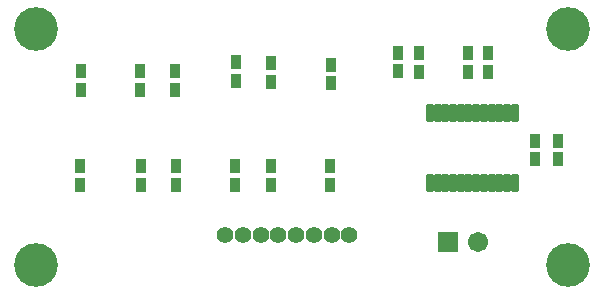
<source format=gbs>
G04*
G04 #@! TF.GenerationSoftware,Altium Limited,Altium Designer,23.10.1 (27)*
G04*
G04 Layer_Color=16711935*
%FSLAX25Y25*%
%MOIN*%
G70*
G04*
G04 #@! TF.SameCoordinates,D0F96BE9-EE4C-402D-8CE8-E6F0CD5897FE*
G04*
G04*
G04 #@! TF.FilePolarity,Negative*
G04*
G01*
G75*
%ADD28R,0.03800X0.04800*%
%ADD29C,0.05512*%
%ADD30R,0.06706X0.06706*%
%ADD31C,0.06706*%
%ADD32C,0.14580*%
G04:AMPARAMS|DCode=42|XSize=25.72mil|YSize=63.12mil|CornerRadius=5.95mil|HoleSize=0mil|Usage=FLASHONLY|Rotation=0.000|XOffset=0mil|YOffset=0mil|HoleType=Round|Shape=RoundedRectangle|*
%AMROUNDEDRECTD42*
21,1,0.02572,0.05122,0,0,0.0*
21,1,0.01382,0.06312,0,0,0.0*
1,1,0.01190,0.00691,-0.02561*
1,1,0.01190,-0.00691,-0.02561*
1,1,0.01190,-0.00691,0.02561*
1,1,0.01190,0.00691,0.02561*
%
%ADD42ROUNDEDRECTD42*%
D28*
X130400Y80598D02*
D03*
Y74402D02*
D03*
X176100Y51198D02*
D03*
Y45100D02*
D03*
X183900Y45200D02*
D03*
Y51298D02*
D03*
X88100Y36603D02*
D03*
Y42800D02*
D03*
X108000Y76700D02*
D03*
Y70503D02*
D03*
X107800Y36603D02*
D03*
Y42800D02*
D03*
X88100Y77200D02*
D03*
Y71003D02*
D03*
X56300Y42800D02*
D03*
Y36603D02*
D03*
X76300Y77398D02*
D03*
Y71202D02*
D03*
X76200Y36603D02*
D03*
Y42800D02*
D03*
X56100Y68302D02*
D03*
Y74498D02*
D03*
X153600Y80498D02*
D03*
Y74302D02*
D03*
X24400Y42800D02*
D03*
Y36603D02*
D03*
X44400Y68302D02*
D03*
Y74498D02*
D03*
X44800Y42800D02*
D03*
Y36603D02*
D03*
X24700Y68302D02*
D03*
Y74498D02*
D03*
X160400Y80497D02*
D03*
Y74300D02*
D03*
X137400Y80497D02*
D03*
Y74300D02*
D03*
D29*
X114170Y19800D02*
D03*
X108264D02*
D03*
X102358D02*
D03*
X96452D02*
D03*
X90548D02*
D03*
X84641D02*
D03*
X78737D02*
D03*
X72830D02*
D03*
D30*
X147000Y17400D02*
D03*
D31*
X157000D02*
D03*
D32*
X187008Y88583D02*
D03*
X9843Y9843D02*
D03*
Y88583D02*
D03*
X187008Y9843D02*
D03*
D42*
X169275Y37186D02*
D03*
X166716D02*
D03*
X164157D02*
D03*
X161598D02*
D03*
X159039D02*
D03*
X156480D02*
D03*
X153920D02*
D03*
X151361D02*
D03*
X148802D02*
D03*
X146243D02*
D03*
X143684D02*
D03*
X141125D02*
D03*
X169275Y60414D02*
D03*
X166716D02*
D03*
X164157D02*
D03*
X161598D02*
D03*
X159039D02*
D03*
X156480D02*
D03*
X153920D02*
D03*
X151361D02*
D03*
X148802D02*
D03*
X146243D02*
D03*
X143684D02*
D03*
X141125D02*
D03*
M02*

</source>
